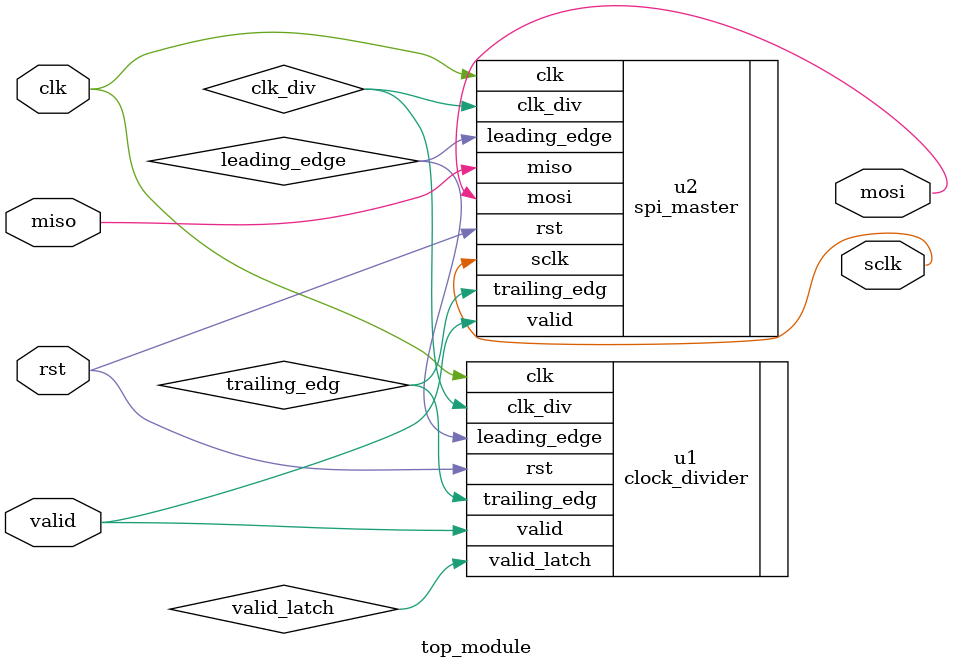
<source format=v>
/***********************************************(I/O)port declartion******************************************************/
module top_module(
input    wire     clk,valid,rst,miso,
output   wire     sclk,mosi
);
/**************************************************************************************************************************/

/***********************************************internal signal declartion*************************************************/        
wire clk_div,valid_latch,leading_edge,trailing_edg;
/**************************************************************************************************************************/

/***********************************************port mapping***************************************************************/
clock_divider u1(
    .clk(clk),
    .rst(rst),
    .valid(valid),
    .clk_div(clk_div),
    .valid_latch(valid_latch),
    .leading_edge(leading_edge),
    .trailing_edg(trailing_edg)

);

spi_master u2(
    .clk(clk),
    .rst(rst),
    .valid(valid),
    .clk_div(clk_div),
    .leading_edge(leading_edge),
    .trailing_edg(trailing_edg),
    .miso(miso),
    .mosi(mosi),
    .sclk(sclk)  
);
/**************************************************************************************************************************/
endmodule

</source>
